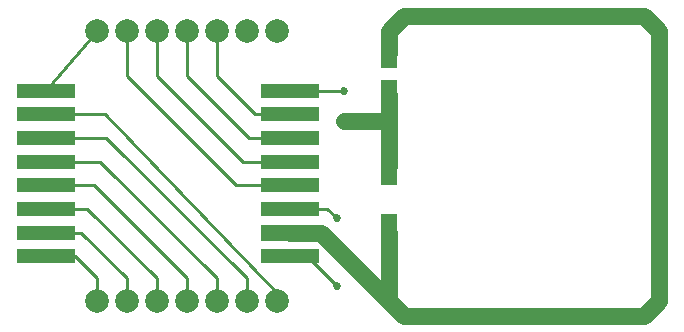
<source format=gtl>
G04 #@! TF.FileFunction,Copper,L1,Top,Signal*
%FSLAX46Y46*%
G04 Gerber Fmt 4.6, Leading zero omitted, Abs format (unit mm)*
G04 Created by KiCad (PCBNEW 4.0.2-1.fc23-product) date Thu May 26 09:41:24 2016*
%MOMM*%
G01*
G04 APERTURE LIST*
%ADD10C,0.100000*%
%ADD11R,1.400000X3.300000*%
%ADD12R,1.400000X2.500000*%
%ADD13C,2.000000*%
%ADD14R,5.000000X1.200000*%
%ADD15R,5.000000X1.400000*%
%ADD16C,0.685800*%
%ADD17C,1.400000*%
%ADD18C,0.254000*%
G04 APERTURE END LIST*
D10*
D11*
X160020000Y-114300000D03*
X160020000Y-120000000D03*
D12*
X160020000Y-104775000D03*
X160020000Y-108275000D03*
D13*
X150495000Y-102870000D03*
X147955000Y-102870000D03*
X145415000Y-102870000D03*
X142875000Y-102870000D03*
X140335000Y-102870000D03*
X137795000Y-102870000D03*
X135255000Y-102870000D03*
X135255000Y-125730000D03*
X137795000Y-125730000D03*
X140335000Y-125730000D03*
X142875000Y-125730000D03*
X145415000Y-125730000D03*
X147955000Y-125730000D03*
X150495000Y-125730000D03*
D14*
X130945000Y-107950000D03*
X130945000Y-109950000D03*
X130945000Y-111950000D03*
X130945000Y-113950000D03*
X130945000Y-115950000D03*
X130945000Y-117950000D03*
X130945000Y-119950000D03*
X130945000Y-121950000D03*
X151645000Y-121950000D03*
D15*
X151645000Y-119950000D03*
D14*
X151645000Y-117950000D03*
X151645000Y-115950000D03*
X151645000Y-113950000D03*
X151645000Y-111950000D03*
X151645000Y-109950000D03*
X151645000Y-107950000D03*
D16*
X156210000Y-110490000D03*
X155575000Y-118745000D03*
X155575000Y-124460000D03*
X156210000Y-107950000D03*
D17*
X151645000Y-119950000D02*
X154240000Y-119950000D01*
X154240000Y-119950000D02*
X160020000Y-125730000D01*
X161290000Y-101600000D02*
X181610000Y-101600000D01*
X181610000Y-101600000D02*
X182880000Y-102870000D01*
X182880000Y-102870000D02*
X182880000Y-125730000D01*
X182880000Y-125730000D02*
X181610000Y-127000000D01*
X160020000Y-104775000D02*
X160020000Y-102870000D01*
X160020000Y-102870000D02*
X161290000Y-101600000D01*
X160020000Y-125730000D02*
X160020000Y-120000000D01*
X181610000Y-127000000D02*
X161290000Y-127000000D01*
X161290000Y-127000000D02*
X160020000Y-125730000D01*
X160020000Y-108275000D02*
X160020000Y-110490000D01*
X160020000Y-114300000D02*
X160020000Y-110490000D01*
X160020000Y-110490000D02*
X156210000Y-110490000D01*
D18*
X151645000Y-117950000D02*
X154780000Y-117950000D01*
X154780000Y-117950000D02*
X155575000Y-118745000D01*
X151645000Y-121950000D02*
X153065000Y-121950000D01*
X153065000Y-121950000D02*
X155575000Y-124460000D01*
X151645000Y-107950000D02*
X156210000Y-107950000D01*
X130945000Y-107950000D02*
X131580000Y-107180000D01*
X131580000Y-107180000D02*
X135255000Y-102870000D01*
X130945000Y-109950000D02*
X135985000Y-109950000D01*
X135985000Y-109950000D02*
X150495000Y-125095000D01*
X150495000Y-125095000D02*
X150495000Y-125730000D01*
X130945000Y-111950000D02*
X136080000Y-111950000D01*
X147955000Y-123825000D02*
X147955000Y-125730000D01*
X136080000Y-111950000D02*
X147955000Y-123825000D01*
X130945000Y-113950000D02*
X135540000Y-113950000D01*
X145415000Y-123825000D02*
X145415000Y-125730000D01*
X135540000Y-113950000D02*
X145415000Y-123825000D01*
X130945000Y-115950000D02*
X135000000Y-115950000D01*
X142875000Y-123825000D02*
X142875000Y-125730000D01*
X135000000Y-115950000D02*
X142875000Y-123825000D01*
X130945000Y-117950000D02*
X134460000Y-117950000D01*
X140335000Y-123825000D02*
X140335000Y-125730000D01*
X134460000Y-117950000D02*
X140335000Y-123825000D01*
X130945000Y-119950000D02*
X133920000Y-119950000D01*
X137795000Y-123825000D02*
X137795000Y-125730000D01*
X133920000Y-119950000D02*
X137795000Y-123825000D01*
X130945000Y-121950000D02*
X133380000Y-121950000D01*
X133380000Y-121950000D02*
X135255000Y-123825000D01*
X135255000Y-123825000D02*
X135255000Y-125730000D01*
X151645000Y-115950000D02*
X147065000Y-115950000D01*
X137795000Y-106680000D02*
X137795000Y-102870000D01*
X147065000Y-115950000D02*
X137795000Y-106680000D01*
X151645000Y-113950000D02*
X147605000Y-113950000D01*
X140335000Y-106680000D02*
X140335000Y-102870000D01*
X147605000Y-113950000D02*
X140335000Y-106680000D01*
X151645000Y-113950000D02*
X149510000Y-113950000D01*
X151645000Y-113950000D02*
X149224480Y-113950000D01*
X151645000Y-111950000D02*
X148145000Y-111950000D01*
X142875000Y-106680000D02*
X142875000Y-102870000D01*
X148145000Y-111950000D02*
X142875000Y-106680000D01*
X151645000Y-111950000D02*
X150050000Y-111950000D01*
X151645000Y-109950000D02*
X148685000Y-109950000D01*
X145415000Y-106680000D02*
X145415000Y-102870000D01*
X148685000Y-109950000D02*
X145415000Y-106680000D01*
X151645000Y-109950000D02*
X149320000Y-109950000D01*
M02*

</source>
